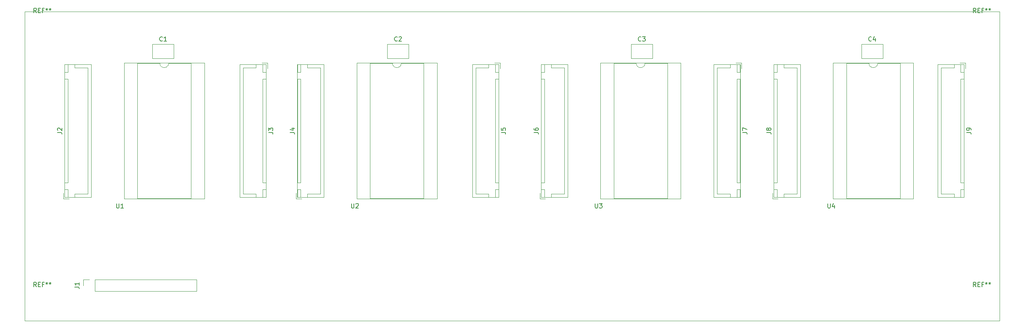
<source format=gbr>
%TF.GenerationSoftware,KiCad,Pcbnew,(6.0.7)*%
%TF.CreationDate,2023-06-05T08:41:08+05:30*%
%TF.ProjectId,autonomous chess playing machine,6175746f-6e6f-46d6-9f75-732063686573,rev?*%
%TF.SameCoordinates,Original*%
%TF.FileFunction,Legend,Top*%
%TF.FilePolarity,Positive*%
%FSLAX46Y46*%
G04 Gerber Fmt 4.6, Leading zero omitted, Abs format (unit mm)*
G04 Created by KiCad (PCBNEW (6.0.7)) date 2023-06-05 08:41:08*
%MOMM*%
%LPD*%
G01*
G04 APERTURE LIST*
%TA.AperFunction,Profile*%
%ADD10C,0.100000*%
%TD*%
%ADD11C,0.150000*%
%ADD12C,0.120000*%
G04 APERTURE END LIST*
D10*
X28000000Y-30000000D02*
X248000000Y-30000000D01*
X248000000Y-30000000D02*
X248000000Y-100000000D01*
X248000000Y-100000000D02*
X28000000Y-100000000D01*
X28000000Y-100000000D02*
X28000000Y-30000000D01*
D11*
%TO.C,REF\u002A\u002A*%
X242666666Y-30252380D02*
X242333333Y-29776190D01*
X242095238Y-30252380D02*
X242095238Y-29252380D01*
X242476190Y-29252380D01*
X242571428Y-29300000D01*
X242619047Y-29347619D01*
X242666666Y-29442857D01*
X242666666Y-29585714D01*
X242619047Y-29680952D01*
X242571428Y-29728571D01*
X242476190Y-29776190D01*
X242095238Y-29776190D01*
X243095238Y-29728571D02*
X243428571Y-29728571D01*
X243571428Y-30252380D02*
X243095238Y-30252380D01*
X243095238Y-29252380D01*
X243571428Y-29252380D01*
X244333333Y-29728571D02*
X244000000Y-29728571D01*
X244000000Y-30252380D02*
X244000000Y-29252380D01*
X244476190Y-29252380D01*
X245000000Y-29252380D02*
X245000000Y-29490476D01*
X244761904Y-29395238D02*
X245000000Y-29490476D01*
X245238095Y-29395238D01*
X244857142Y-29680952D02*
X245000000Y-29490476D01*
X245142857Y-29680952D01*
X245761904Y-29252380D02*
X245761904Y-29490476D01*
X245523809Y-29395238D02*
X245761904Y-29490476D01*
X246000000Y-29395238D01*
X245619047Y-29680952D02*
X245761904Y-29490476D01*
X245904761Y-29680952D01*
X242666666Y-92252380D02*
X242333333Y-91776190D01*
X242095238Y-92252380D02*
X242095238Y-91252380D01*
X242476190Y-91252380D01*
X242571428Y-91300000D01*
X242619047Y-91347619D01*
X242666666Y-91442857D01*
X242666666Y-91585714D01*
X242619047Y-91680952D01*
X242571428Y-91728571D01*
X242476190Y-91776190D01*
X242095238Y-91776190D01*
X243095238Y-91728571D02*
X243428571Y-91728571D01*
X243571428Y-92252380D02*
X243095238Y-92252380D01*
X243095238Y-91252380D01*
X243571428Y-91252380D01*
X244333333Y-91728571D02*
X244000000Y-91728571D01*
X244000000Y-92252380D02*
X244000000Y-91252380D01*
X244476190Y-91252380D01*
X245000000Y-91252380D02*
X245000000Y-91490476D01*
X244761904Y-91395238D02*
X245000000Y-91490476D01*
X245238095Y-91395238D01*
X244857142Y-91680952D02*
X245000000Y-91490476D01*
X245142857Y-91680952D01*
X245761904Y-91252380D02*
X245761904Y-91490476D01*
X245523809Y-91395238D02*
X245761904Y-91490476D01*
X246000000Y-91395238D01*
X245619047Y-91680952D02*
X245761904Y-91490476D01*
X245904761Y-91680952D01*
X30666666Y-92252380D02*
X30333333Y-91776190D01*
X30095238Y-92252380D02*
X30095238Y-91252380D01*
X30476190Y-91252380D01*
X30571428Y-91300000D01*
X30619047Y-91347619D01*
X30666666Y-91442857D01*
X30666666Y-91585714D01*
X30619047Y-91680952D01*
X30571428Y-91728571D01*
X30476190Y-91776190D01*
X30095238Y-91776190D01*
X31095238Y-91728571D02*
X31428571Y-91728571D01*
X31571428Y-92252380D02*
X31095238Y-92252380D01*
X31095238Y-91252380D01*
X31571428Y-91252380D01*
X32333333Y-91728571D02*
X32000000Y-91728571D01*
X32000000Y-92252380D02*
X32000000Y-91252380D01*
X32476190Y-91252380D01*
X33000000Y-91252380D02*
X33000000Y-91490476D01*
X32761904Y-91395238D02*
X33000000Y-91490476D01*
X33238095Y-91395238D01*
X32857142Y-91680952D02*
X33000000Y-91490476D01*
X33142857Y-91680952D01*
X33761904Y-91252380D02*
X33761904Y-91490476D01*
X33523809Y-91395238D02*
X33761904Y-91490476D01*
X34000000Y-91395238D01*
X33619047Y-91680952D02*
X33761904Y-91490476D01*
X33904761Y-91680952D01*
X30666666Y-30252380D02*
X30333333Y-29776190D01*
X30095238Y-30252380D02*
X30095238Y-29252380D01*
X30476190Y-29252380D01*
X30571428Y-29300000D01*
X30619047Y-29347619D01*
X30666666Y-29442857D01*
X30666666Y-29585714D01*
X30619047Y-29680952D01*
X30571428Y-29728571D01*
X30476190Y-29776190D01*
X30095238Y-29776190D01*
X31095238Y-29728571D02*
X31428571Y-29728571D01*
X31571428Y-30252380D02*
X31095238Y-30252380D01*
X31095238Y-29252380D01*
X31571428Y-29252380D01*
X32333333Y-29728571D02*
X32000000Y-29728571D01*
X32000000Y-30252380D02*
X32000000Y-29252380D01*
X32476190Y-29252380D01*
X33000000Y-29252380D02*
X33000000Y-29490476D01*
X32761904Y-29395238D02*
X33000000Y-29490476D01*
X33238095Y-29395238D01*
X32857142Y-29680952D02*
X33000000Y-29490476D01*
X33142857Y-29680952D01*
X33761904Y-29252380D02*
X33761904Y-29490476D01*
X33523809Y-29395238D02*
X33761904Y-29490476D01*
X34000000Y-29395238D01*
X33619047Y-29680952D02*
X33761904Y-29490476D01*
X33904761Y-29680952D01*
%TO.C,C2*%
X112083333Y-36607142D02*
X112035714Y-36654761D01*
X111892857Y-36702380D01*
X111797619Y-36702380D01*
X111654761Y-36654761D01*
X111559523Y-36559523D01*
X111511904Y-36464285D01*
X111464285Y-36273809D01*
X111464285Y-36130952D01*
X111511904Y-35940476D01*
X111559523Y-35845238D01*
X111654761Y-35750000D01*
X111797619Y-35702380D01*
X111892857Y-35702380D01*
X112035714Y-35750000D01*
X112083333Y-35797619D01*
X112464285Y-35797619D02*
X112511904Y-35750000D01*
X112607142Y-35702380D01*
X112845238Y-35702380D01*
X112940476Y-35750000D01*
X112988095Y-35797619D01*
X113035714Y-35892857D01*
X113035714Y-35988095D01*
X112988095Y-36130952D01*
X112416666Y-36702380D01*
X113035714Y-36702380D01*
%TO.C,C1*%
X59083333Y-36607142D02*
X59035714Y-36654761D01*
X58892857Y-36702380D01*
X58797619Y-36702380D01*
X58654761Y-36654761D01*
X58559523Y-36559523D01*
X58511904Y-36464285D01*
X58464285Y-36273809D01*
X58464285Y-36130952D01*
X58511904Y-35940476D01*
X58559523Y-35845238D01*
X58654761Y-35750000D01*
X58797619Y-35702380D01*
X58892857Y-35702380D01*
X59035714Y-35750000D01*
X59083333Y-35797619D01*
X60035714Y-36702380D02*
X59464285Y-36702380D01*
X59750000Y-36702380D02*
X59750000Y-35702380D01*
X59654761Y-35845238D01*
X59559523Y-35940476D01*
X59464285Y-35988095D01*
%TO.C,J5*%
X135527380Y-57333333D02*
X136241666Y-57333333D01*
X136384523Y-57380952D01*
X136479761Y-57476190D01*
X136527380Y-57619047D01*
X136527380Y-57714285D01*
X135527380Y-56380952D02*
X135527380Y-56857142D01*
X136003571Y-56904761D01*
X135955952Y-56857142D01*
X135908333Y-56761904D01*
X135908333Y-56523809D01*
X135955952Y-56428571D01*
X136003571Y-56380952D01*
X136098809Y-56333333D01*
X136336904Y-56333333D01*
X136432142Y-56380952D01*
X136479761Y-56428571D01*
X136527380Y-56523809D01*
X136527380Y-56761904D01*
X136479761Y-56857142D01*
X136432142Y-56904761D01*
%TO.C,J3*%
X83027380Y-57333333D02*
X83741666Y-57333333D01*
X83884523Y-57380952D01*
X83979761Y-57476190D01*
X84027380Y-57619047D01*
X84027380Y-57714285D01*
X83027380Y-56952380D02*
X83027380Y-56333333D01*
X83408333Y-56666666D01*
X83408333Y-56523809D01*
X83455952Y-56428571D01*
X83503571Y-56380952D01*
X83598809Y-56333333D01*
X83836904Y-56333333D01*
X83932142Y-56380952D01*
X83979761Y-56428571D01*
X84027380Y-56523809D01*
X84027380Y-56809523D01*
X83979761Y-56904761D01*
X83932142Y-56952380D01*
%TO.C,J6*%
X142902380Y-57333333D02*
X143616666Y-57333333D01*
X143759523Y-57380952D01*
X143854761Y-57476190D01*
X143902380Y-57619047D01*
X143902380Y-57714285D01*
X142902380Y-56428571D02*
X142902380Y-56619047D01*
X142950000Y-56714285D01*
X142997619Y-56761904D01*
X143140476Y-56857142D01*
X143330952Y-56904761D01*
X143711904Y-56904761D01*
X143807142Y-56857142D01*
X143854761Y-56809523D01*
X143902380Y-56714285D01*
X143902380Y-56523809D01*
X143854761Y-56428571D01*
X143807142Y-56380952D01*
X143711904Y-56333333D01*
X143473809Y-56333333D01*
X143378571Y-56380952D01*
X143330952Y-56428571D01*
X143283333Y-56523809D01*
X143283333Y-56714285D01*
X143330952Y-56809523D01*
X143378571Y-56857142D01*
X143473809Y-56904761D01*
%TO.C,U3*%
X156738095Y-73452380D02*
X156738095Y-74261904D01*
X156785714Y-74357142D01*
X156833333Y-74404761D01*
X156928571Y-74452380D01*
X157119047Y-74452380D01*
X157214285Y-74404761D01*
X157261904Y-74357142D01*
X157309523Y-74261904D01*
X157309523Y-73452380D01*
X157690476Y-73452380D02*
X158309523Y-73452380D01*
X157976190Y-73833333D01*
X158119047Y-73833333D01*
X158214285Y-73880952D01*
X158261904Y-73928571D01*
X158309523Y-74023809D01*
X158309523Y-74261904D01*
X158261904Y-74357142D01*
X158214285Y-74404761D01*
X158119047Y-74452380D01*
X157833333Y-74452380D01*
X157738095Y-74404761D01*
X157690476Y-74357142D01*
%TO.C,J4*%
X87902380Y-57333333D02*
X88616666Y-57333333D01*
X88759523Y-57380952D01*
X88854761Y-57476190D01*
X88902380Y-57619047D01*
X88902380Y-57714285D01*
X88235714Y-56428571D02*
X88902380Y-56428571D01*
X87854761Y-56666666D02*
X88569047Y-56904761D01*
X88569047Y-56285714D01*
%TO.C,J1*%
X39282380Y-92308333D02*
X39996666Y-92308333D01*
X40139523Y-92355952D01*
X40234761Y-92451190D01*
X40282380Y-92594047D01*
X40282380Y-92689285D01*
X40282380Y-91308333D02*
X40282380Y-91879761D01*
X40282380Y-91594047D02*
X39282380Y-91594047D01*
X39425238Y-91689285D01*
X39520476Y-91784523D01*
X39568095Y-91879761D01*
%TO.C,J9*%
X240527380Y-57333333D02*
X241241666Y-57333333D01*
X241384523Y-57380952D01*
X241479761Y-57476190D01*
X241527380Y-57619047D01*
X241527380Y-57714285D01*
X241527380Y-56809523D02*
X241527380Y-56619047D01*
X241479761Y-56523809D01*
X241432142Y-56476190D01*
X241289285Y-56380952D01*
X241098809Y-56333333D01*
X240717857Y-56333333D01*
X240622619Y-56380952D01*
X240575000Y-56428571D01*
X240527380Y-56523809D01*
X240527380Y-56714285D01*
X240575000Y-56809523D01*
X240622619Y-56857142D01*
X240717857Y-56904761D01*
X240955952Y-56904761D01*
X241051190Y-56857142D01*
X241098809Y-56809523D01*
X241146428Y-56714285D01*
X241146428Y-56523809D01*
X241098809Y-56428571D01*
X241051190Y-56380952D01*
X240955952Y-56333333D01*
%TO.C,C4*%
X219083333Y-36607142D02*
X219035714Y-36654761D01*
X218892857Y-36702380D01*
X218797619Y-36702380D01*
X218654761Y-36654761D01*
X218559523Y-36559523D01*
X218511904Y-36464285D01*
X218464285Y-36273809D01*
X218464285Y-36130952D01*
X218511904Y-35940476D01*
X218559523Y-35845238D01*
X218654761Y-35750000D01*
X218797619Y-35702380D01*
X218892857Y-35702380D01*
X219035714Y-35750000D01*
X219083333Y-35797619D01*
X219940476Y-36035714D02*
X219940476Y-36702380D01*
X219702380Y-35654761D02*
X219464285Y-36369047D01*
X220083333Y-36369047D01*
%TO.C,U2*%
X101738095Y-73452380D02*
X101738095Y-74261904D01*
X101785714Y-74357142D01*
X101833333Y-74404761D01*
X101928571Y-74452380D01*
X102119047Y-74452380D01*
X102214285Y-74404761D01*
X102261904Y-74357142D01*
X102309523Y-74261904D01*
X102309523Y-73452380D01*
X102738095Y-73547619D02*
X102785714Y-73500000D01*
X102880952Y-73452380D01*
X103119047Y-73452380D01*
X103214285Y-73500000D01*
X103261904Y-73547619D01*
X103309523Y-73642857D01*
X103309523Y-73738095D01*
X103261904Y-73880952D01*
X102690476Y-74452380D01*
X103309523Y-74452380D01*
%TO.C,C3*%
X167083333Y-36607142D02*
X167035714Y-36654761D01*
X166892857Y-36702380D01*
X166797619Y-36702380D01*
X166654761Y-36654761D01*
X166559523Y-36559523D01*
X166511904Y-36464285D01*
X166464285Y-36273809D01*
X166464285Y-36130952D01*
X166511904Y-35940476D01*
X166559523Y-35845238D01*
X166654761Y-35750000D01*
X166797619Y-35702380D01*
X166892857Y-35702380D01*
X167035714Y-35750000D01*
X167083333Y-35797619D01*
X167416666Y-35702380D02*
X168035714Y-35702380D01*
X167702380Y-36083333D01*
X167845238Y-36083333D01*
X167940476Y-36130952D01*
X167988095Y-36178571D01*
X168035714Y-36273809D01*
X168035714Y-36511904D01*
X167988095Y-36607142D01*
X167940476Y-36654761D01*
X167845238Y-36702380D01*
X167559523Y-36702380D01*
X167464285Y-36654761D01*
X167416666Y-36607142D01*
%TO.C,J8*%
X195402380Y-57333333D02*
X196116666Y-57333333D01*
X196259523Y-57380952D01*
X196354761Y-57476190D01*
X196402380Y-57619047D01*
X196402380Y-57714285D01*
X195830952Y-56714285D02*
X195783333Y-56809523D01*
X195735714Y-56857142D01*
X195640476Y-56904761D01*
X195592857Y-56904761D01*
X195497619Y-56857142D01*
X195450000Y-56809523D01*
X195402380Y-56714285D01*
X195402380Y-56523809D01*
X195450000Y-56428571D01*
X195497619Y-56380952D01*
X195592857Y-56333333D01*
X195640476Y-56333333D01*
X195735714Y-56380952D01*
X195783333Y-56428571D01*
X195830952Y-56523809D01*
X195830952Y-56714285D01*
X195878571Y-56809523D01*
X195926190Y-56857142D01*
X196021428Y-56904761D01*
X196211904Y-56904761D01*
X196307142Y-56857142D01*
X196354761Y-56809523D01*
X196402380Y-56714285D01*
X196402380Y-56523809D01*
X196354761Y-56428571D01*
X196307142Y-56380952D01*
X196211904Y-56333333D01*
X196021428Y-56333333D01*
X195926190Y-56380952D01*
X195878571Y-56428571D01*
X195830952Y-56523809D01*
%TO.C,J2*%
X35402380Y-57333333D02*
X36116666Y-57333333D01*
X36259523Y-57380952D01*
X36354761Y-57476190D01*
X36402380Y-57619047D01*
X36402380Y-57714285D01*
X35497619Y-56904761D02*
X35450000Y-56857142D01*
X35402380Y-56761904D01*
X35402380Y-56523809D01*
X35450000Y-56428571D01*
X35497619Y-56380952D01*
X35592857Y-56333333D01*
X35688095Y-56333333D01*
X35830952Y-56380952D01*
X36402380Y-56952380D01*
X36402380Y-56333333D01*
%TO.C,U4*%
X209238095Y-73452380D02*
X209238095Y-74261904D01*
X209285714Y-74357142D01*
X209333333Y-74404761D01*
X209428571Y-74452380D01*
X209619047Y-74452380D01*
X209714285Y-74404761D01*
X209761904Y-74357142D01*
X209809523Y-74261904D01*
X209809523Y-73452380D01*
X210714285Y-73785714D02*
X210714285Y-74452380D01*
X210476190Y-73404761D02*
X210238095Y-74119047D01*
X210857142Y-74119047D01*
%TO.C,J7*%
X190002380Y-57333333D02*
X190716666Y-57333333D01*
X190859523Y-57380952D01*
X190954761Y-57476190D01*
X191002380Y-57619047D01*
X191002380Y-57714285D01*
X190002380Y-56952380D02*
X190002380Y-56285714D01*
X191002380Y-56714285D01*
%TO.C,U1*%
X48738095Y-73452380D02*
X48738095Y-74261904D01*
X48785714Y-74357142D01*
X48833333Y-74404761D01*
X48928571Y-74452380D01*
X49119047Y-74452380D01*
X49214285Y-74404761D01*
X49261904Y-74357142D01*
X49309523Y-74261904D01*
X49309523Y-73452380D01*
X50309523Y-74452380D02*
X49738095Y-74452380D01*
X50023809Y-74452380D02*
X50023809Y-73452380D01*
X49928571Y-73595238D01*
X49833333Y-73690476D01*
X49738095Y-73738095D01*
D12*
%TO.C,C2*%
X114670000Y-37380000D02*
X114670000Y-40620000D01*
X109830000Y-40620000D02*
X114670000Y-40620000D01*
X109830000Y-37380000D02*
X114670000Y-37380000D01*
X109830000Y-37380000D02*
X109830000Y-40620000D01*
%TO.C,C1*%
X56830000Y-37380000D02*
X56830000Y-40620000D01*
X56830000Y-37380000D02*
X61670000Y-37380000D01*
X56830000Y-40620000D02*
X61670000Y-40620000D01*
X61670000Y-37380000D02*
X61670000Y-40620000D01*
%TO.C,J5*%
X134225000Y-41950000D02*
X134225000Y-43750000D01*
X134225000Y-72050000D02*
X134975000Y-72050000D01*
X129015000Y-72060000D02*
X134985000Y-72060000D01*
X134975000Y-43750000D02*
X134975000Y-41950000D01*
X132725000Y-42700000D02*
X129775000Y-42700000D01*
X129775000Y-71300000D02*
X129775000Y-57000000D01*
X134225000Y-45250000D02*
X134225000Y-68750000D01*
X134985000Y-41940000D02*
X129015000Y-41940000D01*
X134975000Y-70250000D02*
X134225000Y-70250000D01*
X129775000Y-42700000D02*
X129775000Y-57000000D01*
X132725000Y-41950000D02*
X132725000Y-42700000D01*
X134975000Y-45250000D02*
X134225000Y-45250000D01*
X134225000Y-68750000D02*
X134975000Y-68750000D01*
X134225000Y-43750000D02*
X134975000Y-43750000D01*
X134975000Y-72050000D02*
X134975000Y-70250000D01*
X135275000Y-41650000D02*
X134025000Y-41650000D01*
X135275000Y-42900000D02*
X135275000Y-41650000D01*
X132725000Y-72050000D02*
X132725000Y-71300000D01*
X129015000Y-41940000D02*
X129015000Y-72060000D01*
X134985000Y-72060000D02*
X134985000Y-41940000D01*
X134225000Y-70250000D02*
X134225000Y-72050000D01*
X134975000Y-68750000D02*
X134975000Y-45250000D01*
X134975000Y-41950000D02*
X134225000Y-41950000D01*
X132725000Y-71300000D02*
X129775000Y-71300000D01*
%TO.C,J3*%
X82485000Y-72060000D02*
X82485000Y-41940000D01*
X81725000Y-72050000D02*
X82475000Y-72050000D01*
X80225000Y-72050000D02*
X80225000Y-71300000D01*
X82475000Y-70250000D02*
X81725000Y-70250000D01*
X82475000Y-43750000D02*
X82475000Y-41950000D01*
X77275000Y-71300000D02*
X77275000Y-57000000D01*
X81725000Y-43750000D02*
X82475000Y-43750000D01*
X82485000Y-41940000D02*
X76515000Y-41940000D01*
X81725000Y-70250000D02*
X81725000Y-72050000D01*
X82475000Y-68750000D02*
X82475000Y-45250000D01*
X82475000Y-72050000D02*
X82475000Y-70250000D01*
X81725000Y-68750000D02*
X82475000Y-68750000D01*
X80225000Y-71300000D02*
X77275000Y-71300000D01*
X82475000Y-45250000D02*
X81725000Y-45250000D01*
X82475000Y-41950000D02*
X81725000Y-41950000D01*
X82775000Y-41650000D02*
X81525000Y-41650000D01*
X80225000Y-42700000D02*
X77275000Y-42700000D01*
X81725000Y-45250000D02*
X81725000Y-68750000D01*
X76515000Y-72060000D02*
X82485000Y-72060000D01*
X80225000Y-41950000D02*
X80225000Y-42700000D01*
X77275000Y-42700000D02*
X77275000Y-57000000D01*
X81725000Y-41950000D02*
X81725000Y-43750000D01*
X76515000Y-41940000D02*
X76515000Y-72060000D01*
X82775000Y-42900000D02*
X82775000Y-41650000D01*
%TO.C,J6*%
X144550000Y-45250000D02*
X144550000Y-68750000D01*
X145300000Y-72050000D02*
X145300000Y-70250000D01*
X149750000Y-71300000D02*
X149750000Y-57000000D01*
X145300000Y-70250000D02*
X144550000Y-70250000D01*
X144250000Y-72350000D02*
X145500000Y-72350000D01*
X144550000Y-41950000D02*
X144550000Y-43750000D01*
X144540000Y-72060000D02*
X150510000Y-72060000D01*
X146800000Y-72050000D02*
X146800000Y-71300000D01*
X144550000Y-70250000D02*
X144550000Y-72050000D01*
X144250000Y-71100000D02*
X144250000Y-72350000D01*
X150510000Y-72060000D02*
X150510000Y-41940000D01*
X144550000Y-68750000D02*
X145300000Y-68750000D01*
X146800000Y-42700000D02*
X149750000Y-42700000D01*
X150510000Y-41940000D02*
X144540000Y-41940000D01*
X144540000Y-41940000D02*
X144540000Y-72060000D01*
X145300000Y-68750000D02*
X145300000Y-45250000D01*
X145300000Y-43750000D02*
X145300000Y-41950000D01*
X144550000Y-72050000D02*
X145300000Y-72050000D01*
X146800000Y-71300000D02*
X149750000Y-71300000D01*
X144550000Y-43750000D02*
X145300000Y-43750000D01*
X149750000Y-42700000D02*
X149750000Y-57000000D01*
X146800000Y-41950000D02*
X146800000Y-42700000D01*
X145300000Y-41950000D02*
X144550000Y-41950000D01*
X145300000Y-45250000D02*
X144550000Y-45250000D01*
%TO.C,U3*%
X173055000Y-72295000D02*
X173055000Y-41695000D01*
X176055000Y-41635000D02*
X157935000Y-41635000D01*
X157935000Y-41635000D02*
X157935000Y-72355000D01*
X165995000Y-41695000D02*
X160935000Y-41695000D01*
X160935000Y-41695000D02*
X160935000Y-72295000D01*
X157935000Y-72355000D02*
X176055000Y-72355000D01*
X173055000Y-41695000D02*
X167995000Y-41695000D01*
X176055000Y-72355000D02*
X176055000Y-41635000D01*
X160935000Y-72295000D02*
X173055000Y-72295000D01*
X165995000Y-41695000D02*
G75*
G03*
X167995000Y-41695000I1000000J0D01*
G01*
%TO.C,J4*%
X95510000Y-41940000D02*
X89540000Y-41940000D01*
X89550000Y-45250000D02*
X89550000Y-68750000D01*
X91800000Y-42700000D02*
X94750000Y-42700000D01*
X89550000Y-72050000D02*
X90300000Y-72050000D01*
X95510000Y-72060000D02*
X95510000Y-41940000D01*
X89550000Y-70250000D02*
X89550000Y-72050000D01*
X89550000Y-68750000D02*
X90300000Y-68750000D01*
X90300000Y-72050000D02*
X90300000Y-70250000D01*
X90300000Y-41950000D02*
X89550000Y-41950000D01*
X90300000Y-70250000D02*
X89550000Y-70250000D01*
X94750000Y-71300000D02*
X94750000Y-57000000D01*
X89540000Y-72060000D02*
X95510000Y-72060000D01*
X91800000Y-71300000D02*
X94750000Y-71300000D01*
X90300000Y-43750000D02*
X90300000Y-41950000D01*
X89550000Y-43750000D02*
X90300000Y-43750000D01*
X91800000Y-72050000D02*
X91800000Y-71300000D01*
X89250000Y-71100000D02*
X89250000Y-72350000D01*
X89550000Y-41950000D02*
X89550000Y-43750000D01*
X90300000Y-45250000D02*
X89550000Y-45250000D01*
X94750000Y-42700000D02*
X94750000Y-57000000D01*
X90300000Y-68750000D02*
X90300000Y-45250000D01*
X89250000Y-72350000D02*
X90500000Y-72350000D01*
X91800000Y-41950000D02*
X91800000Y-42700000D01*
X89540000Y-41940000D02*
X89540000Y-72060000D01*
%TO.C,J1*%
X41270000Y-90645000D02*
X42600000Y-90645000D01*
X41270000Y-91975000D02*
X41270000Y-90645000D01*
X66790000Y-93305000D02*
X66790000Y-90645000D01*
X43870000Y-93305000D02*
X66790000Y-93305000D01*
X43870000Y-93305000D02*
X43870000Y-90645000D01*
X43870000Y-90645000D02*
X66790000Y-90645000D01*
%TO.C,J9*%
X239975000Y-45250000D02*
X239225000Y-45250000D01*
X237725000Y-71300000D02*
X234775000Y-71300000D01*
X240275000Y-42900000D02*
X240275000Y-41650000D01*
X234015000Y-72060000D02*
X239985000Y-72060000D01*
X239975000Y-70250000D02*
X239225000Y-70250000D01*
X237725000Y-72050000D02*
X237725000Y-71300000D01*
X239975000Y-72050000D02*
X239975000Y-70250000D01*
X239225000Y-43750000D02*
X239975000Y-43750000D01*
X239225000Y-70250000D02*
X239225000Y-72050000D01*
X237725000Y-42700000D02*
X234775000Y-42700000D01*
X239985000Y-72060000D02*
X239985000Y-41940000D01*
X239225000Y-41950000D02*
X239225000Y-43750000D01*
X239225000Y-72050000D02*
X239975000Y-72050000D01*
X239975000Y-41950000D02*
X239225000Y-41950000D01*
X234775000Y-71300000D02*
X234775000Y-57000000D01*
X239985000Y-41940000D02*
X234015000Y-41940000D01*
X240275000Y-41650000D02*
X239025000Y-41650000D01*
X234775000Y-42700000D02*
X234775000Y-57000000D01*
X239975000Y-43750000D02*
X239975000Y-41950000D01*
X239225000Y-68750000D02*
X239975000Y-68750000D01*
X237725000Y-41950000D02*
X237725000Y-42700000D01*
X239225000Y-45250000D02*
X239225000Y-68750000D01*
X234015000Y-41940000D02*
X234015000Y-72060000D01*
X239975000Y-68750000D02*
X239975000Y-45250000D01*
%TO.C,C4*%
X216830000Y-37380000D02*
X216830000Y-40620000D01*
X221670000Y-37380000D02*
X221670000Y-40620000D01*
X216830000Y-37380000D02*
X221670000Y-37380000D01*
X216830000Y-40620000D02*
X221670000Y-40620000D01*
%TO.C,U2*%
X110995000Y-41695000D02*
X105935000Y-41695000D01*
X118055000Y-41695000D02*
X112995000Y-41695000D01*
X105935000Y-41695000D02*
X105935000Y-72295000D01*
X121055000Y-72355000D02*
X121055000Y-41635000D01*
X102935000Y-41635000D02*
X102935000Y-72355000D01*
X118055000Y-72295000D02*
X118055000Y-41695000D01*
X105935000Y-72295000D02*
X118055000Y-72295000D01*
X121055000Y-41635000D02*
X102935000Y-41635000D01*
X102935000Y-72355000D02*
X121055000Y-72355000D01*
X110995000Y-41695000D02*
G75*
G03*
X112995000Y-41695000I1000000J0D01*
G01*
%TO.C,C3*%
X164830000Y-37380000D02*
X164830000Y-40620000D01*
X169670000Y-37380000D02*
X169670000Y-40620000D01*
X164830000Y-37380000D02*
X169670000Y-37380000D01*
X164830000Y-40620000D02*
X169670000Y-40620000D01*
%TO.C,J8*%
X197050000Y-45250000D02*
X197050000Y-68750000D01*
X197050000Y-41950000D02*
X197050000Y-43750000D01*
X202250000Y-71300000D02*
X202250000Y-57000000D01*
X199300000Y-42700000D02*
X202250000Y-42700000D01*
X197050000Y-68750000D02*
X197800000Y-68750000D01*
X197800000Y-43750000D02*
X197800000Y-41950000D01*
X199300000Y-41950000D02*
X199300000Y-42700000D01*
X197040000Y-41940000D02*
X197040000Y-72060000D01*
X197800000Y-72050000D02*
X197800000Y-70250000D01*
X197800000Y-70250000D02*
X197050000Y-70250000D01*
X203010000Y-41940000D02*
X197040000Y-41940000D01*
X197800000Y-41950000D02*
X197050000Y-41950000D01*
X202250000Y-42700000D02*
X202250000Y-57000000D01*
X197050000Y-70250000D02*
X197050000Y-72050000D01*
X203010000Y-72060000D02*
X203010000Y-41940000D01*
X196750000Y-72350000D02*
X198000000Y-72350000D01*
X197800000Y-45250000D02*
X197050000Y-45250000D01*
X197050000Y-72050000D02*
X197800000Y-72050000D01*
X196750000Y-71100000D02*
X196750000Y-72350000D01*
X197800000Y-68750000D02*
X197800000Y-45250000D01*
X197040000Y-72060000D02*
X203010000Y-72060000D01*
X199300000Y-72050000D02*
X199300000Y-71300000D01*
X197050000Y-43750000D02*
X197800000Y-43750000D01*
X199300000Y-71300000D02*
X202250000Y-71300000D01*
%TO.C,J2*%
X37050000Y-68750000D02*
X37800000Y-68750000D01*
X39300000Y-42700000D02*
X42250000Y-42700000D01*
X37800000Y-41950000D02*
X37050000Y-41950000D01*
X37800000Y-43750000D02*
X37800000Y-41950000D01*
X43010000Y-41940000D02*
X37040000Y-41940000D01*
X37800000Y-68750000D02*
X37800000Y-45250000D01*
X42250000Y-42700000D02*
X42250000Y-57000000D01*
X37800000Y-70250000D02*
X37050000Y-70250000D01*
X37050000Y-41950000D02*
X37050000Y-43750000D01*
X43010000Y-72060000D02*
X43010000Y-41940000D01*
X37050000Y-45250000D02*
X37050000Y-68750000D01*
X37040000Y-41940000D02*
X37040000Y-72060000D01*
X36750000Y-72350000D02*
X38000000Y-72350000D01*
X39300000Y-72050000D02*
X39300000Y-71300000D01*
X37800000Y-45250000D02*
X37050000Y-45250000D01*
X37040000Y-72060000D02*
X43010000Y-72060000D01*
X39300000Y-41950000D02*
X39300000Y-42700000D01*
X37050000Y-72050000D02*
X37800000Y-72050000D01*
X37050000Y-70250000D02*
X37050000Y-72050000D01*
X37050000Y-43750000D02*
X37800000Y-43750000D01*
X37800000Y-72050000D02*
X37800000Y-70250000D01*
X36750000Y-71100000D02*
X36750000Y-72350000D01*
X39300000Y-71300000D02*
X42250000Y-71300000D01*
X42250000Y-71300000D02*
X42250000Y-57000000D01*
%TO.C,U4*%
X225555000Y-72295000D02*
X225555000Y-41695000D01*
X225555000Y-41695000D02*
X220495000Y-41695000D01*
X218495000Y-41695000D02*
X213435000Y-41695000D01*
X228555000Y-72355000D02*
X228555000Y-41635000D01*
X228555000Y-41635000D02*
X210435000Y-41635000D01*
X213435000Y-41695000D02*
X213435000Y-72295000D01*
X210435000Y-72355000D02*
X228555000Y-72355000D01*
X213435000Y-72295000D02*
X225555000Y-72295000D01*
X210435000Y-41635000D02*
X210435000Y-72355000D01*
X218495000Y-41695000D02*
G75*
G03*
X220495000Y-41695000I1000000J0D01*
G01*
%TO.C,J7*%
X189460000Y-72060000D02*
X189460000Y-41940000D01*
X188700000Y-43750000D02*
X189450000Y-43750000D01*
X189450000Y-72050000D02*
X189450000Y-70250000D01*
X189450000Y-43750000D02*
X189450000Y-41950000D01*
X188700000Y-70250000D02*
X188700000Y-72050000D01*
X184250000Y-42700000D02*
X184250000Y-57000000D01*
X189450000Y-45250000D02*
X188700000Y-45250000D01*
X184250000Y-71300000D02*
X184250000Y-57000000D01*
X188700000Y-41950000D02*
X188700000Y-43750000D01*
X183490000Y-72060000D02*
X189460000Y-72060000D01*
X188700000Y-45250000D02*
X188700000Y-68750000D01*
X189450000Y-70250000D02*
X188700000Y-70250000D01*
X189750000Y-41650000D02*
X188500000Y-41650000D01*
X187200000Y-41950000D02*
X187200000Y-42700000D01*
X187200000Y-42700000D02*
X184250000Y-42700000D01*
X187200000Y-72050000D02*
X187200000Y-71300000D01*
X187200000Y-71300000D02*
X184250000Y-71300000D01*
X189460000Y-41940000D02*
X183490000Y-41940000D01*
X188700000Y-72050000D02*
X189450000Y-72050000D01*
X189450000Y-41950000D02*
X188700000Y-41950000D01*
X189450000Y-68750000D02*
X189450000Y-45250000D01*
X189750000Y-42900000D02*
X189750000Y-41650000D01*
X183490000Y-41940000D02*
X183490000Y-72060000D01*
X188700000Y-68750000D02*
X189450000Y-68750000D01*
%TO.C,U1*%
X53435000Y-72295000D02*
X65555000Y-72295000D01*
X65555000Y-72295000D02*
X65555000Y-41695000D01*
X58495000Y-41695000D02*
X53435000Y-41695000D01*
X50435000Y-41635000D02*
X50435000Y-72355000D01*
X68555000Y-72355000D02*
X68555000Y-41635000D01*
X53435000Y-41695000D02*
X53435000Y-72295000D01*
X68555000Y-41635000D02*
X50435000Y-41635000D01*
X65555000Y-41695000D02*
X60495000Y-41695000D01*
X50435000Y-72355000D02*
X68555000Y-72355000D01*
X58495000Y-41695000D02*
G75*
G03*
X60495000Y-41695000I1000000J0D01*
G01*
%TD*%
M02*

</source>
